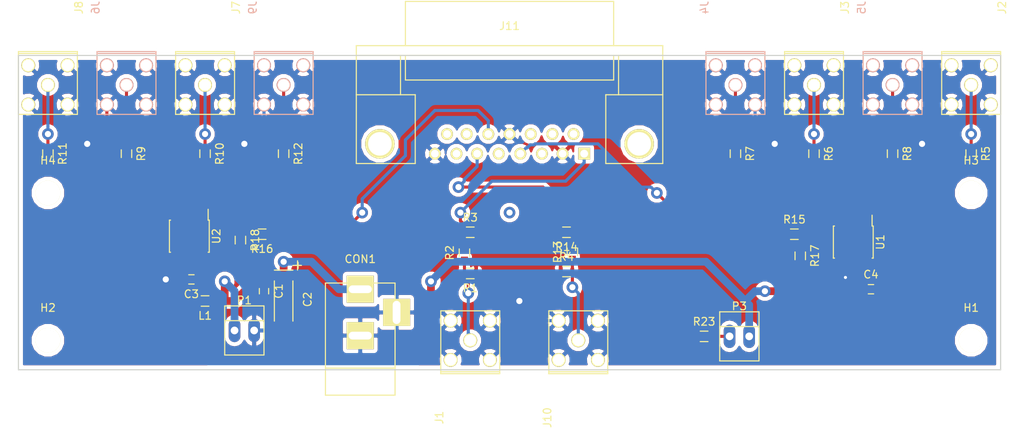
<source format=kicad_pcb>
(kicad_pcb (version 4) (host pcbnew 4.0.4-1.fc24-product)
  (layers (0 F.Cu signal) (1 In1.Cu signal) (2 In2.Cu signal) (31 B.Cu signal) (34 B.Paste user) (35 F.Paste user) (36 B.SilkS user) (37 F.SilkS user) (38 B.Mask user) (39 F.Mask user) (44 Edge.Cuts user))
  (net 0 "")
  (net 1 "Net-(C1-Pad1)")
  (net 2 GND)
  (net 3 "Net-(J1-Pad1)")
  (net 4 "Net-(J2-Pad1)")
  (net 5 "Net-(J3-Pad1)")
  (net 6 "Net-(J4-Pad1)")
  (net 7 "Net-(J5-Pad1)")
  (net 8 "Net-(J6-Pad1)")
  (net 9 "Net-(J7-Pad1)")
  (net 10 "Net-(J8-Pad1)")
  (net 11 "Net-(J9-Pad1)")
  (net 12 "Net-(J10-Pad1)")
  (net 13 /EXT_10MHZ_IN)
  (net 14 /STROBE)
  (net 15 /1PPS_OUT)
  (net 16 /TIME_CODE_OUT)
  (net 17 /EXT_EVENT_IN)
  (net 18 /TIME_CODE_IN)
  (net 19 /OSC_CTRL_V)
  (net 20 /DCLS_IN_EVENT2)
  (net 21 /DCLS_OUT)
  (net 22 /10MPPS_OUT)
  (net 23 /1PPS_IN)
  (net 24 /HEARTBEAT_OUT)
  (net 25 /10M1)
  (net 26 /10M2)
  (net 27 /10M3)
  (net 28 /10M4)
  (net 29 /PPS1)
  (net 30 /PPS2)
  (net 31 /PPS3)
  (net 32 /PPS4)
  (net 33 "Net-(R15-Pad2)")
  (net 34 "Net-(R16-Pad2)")
  (net 35 +5V)
  (net 36 "Net-(P3-Pad1)")
  (module Connect:DB15MC (layer F.Cu) (at 163.83 77.47)
    (fp_text reference J11 (at 0 -15.24) (layer F.SilkS))
    (fp_text value DB15)
    (pad "" thru_hole circle (at 16.764 0) (size 3.81 3.81) (drill 3.048) (layers *.Cu *.Mask F.SilkS))
    (pad "" thru_hole circle (at -16.764 0) (size 3.81 3.81) (drill 3.048) (layers *.Cu *.Mask F.SilkS))
    (pad 8 thru_hole circle (at -9.652 1.27) (size 1.524 1.524) (drill 1.016) (layers *.Cu *.Mask F.SilkS) (net 2 GND))
    (pad 7 thru_hole circle (at -6.858 1.27) (size 1.524 1.524) (drill 1.016) (layers *.Cu *.Mask F.SilkS) (net 18 /TIME_CODE_IN))
    (pad 6 thru_hole circle (at -4.191 1.27) (size 1.524 1.524) (drill 1.016) (layers *.Cu *.Mask F.SilkS) (net 17 /EXT_EVENT_IN))
    (pad 5 thru_hole circle (at -1.397 1.27) (size 1.524 1.524) (drill 1.016) (layers *.Cu *.Mask F.SilkS) (net 16 /TIME_CODE_OUT))
    (pad 4 thru_hole circle (at 1.397 1.27) (size 1.524 1.524) (drill 1.016) (layers *.Cu *.Mask F.SilkS) (net 15 /1PPS_OUT))
    (pad 3 thru_hole circle (at 4.191 1.27) (size 1.524 1.524) (drill 1.016) (layers *.Cu *.Mask F.SilkS) (net 14 /STROBE))
    (pad 2 thru_hole circle (at 6.858 1.27) (size 1.524 1.524) (drill 1.016) (layers *.Cu *.Mask F.SilkS) (net 2 GND))
    (pad 1 thru_hole rect (at 9.652 1.27) (size 1.524 1.524) (drill 1.016) (layers *.Cu *.Mask F.SilkS) (net 13 /EXT_10MHZ_IN))
    (pad 15 thru_hole circle (at -8.0772 -1.27) (size 1.524 1.524) (drill 1.016) (layers *.Cu *.Mask F.SilkS) (net 24 /HEARTBEAT_OUT))
    (pad 14 thru_hole circle (at -5.5372 -1.27) (size 1.524 1.524) (drill 1.016) (layers *.Cu *.Mask F.SilkS) (net 23 /1PPS_IN))
    (pad 13 thru_hole circle (at -2.7432 -1.27) (size 1.524 1.524) (drill 1.016) (layers *.Cu *.Mask F.SilkS) (net 22 /10MPPS_OUT))
    (pad 12 thru_hole circle (at 0 -1.27) (size 1.524 1.524) (drill 1.016) (layers *.Cu *.Mask F.SilkS) (net 2 GND))
    (pad 11 thru_hole circle (at 2.7432 -1.27) (size 1.524 1.524) (drill 1.016) (layers *.Cu *.Mask F.SilkS) (net 21 /DCLS_OUT))
    (pad 10 thru_hole circle (at 5.5372 -1.27) (size 1.524 1.524) (drill 1.016) (layers *.Cu *.Mask F.SilkS) (net 20 /DCLS_IN_EVENT2))
    (pad 9 thru_hole circle (at 8.2804 -1.27) (size 1.524 1.524) (drill 1.016) (layers *.Cu *.Mask F.SilkS) (net 19 /OSC_CTRL_V))
  )
  (module Capacitors_SMD:C_0603 (layer F.Cu) (at 132.08 96.52 270)
    (fp_text reference C1 (at 0 -1.9 270) (layer F.SilkS))
    (fp_text value "100 nF")
    (pad 1 smd rect (at -0.75 0 270) (size 0.8 0.75) (layers F.Cu F.Paste F.Mask) (net 1 "Net-(C1-Pad1)"))
    (pad 2 smd rect (at 0.75 0 270) (size 0.8 0.75) (layers F.Cu F.Paste F.Mask) (net 2 GND))
  )
  (module Capacitors_Tantalum_SMD:TantalC_SizeA_EIA-3216_HandSoldering (layer F.Cu) (at 134.62 97.79 270)
    (fp_text reference C2 (at -0.20066 -3.0988 270) (layer F.SilkS))
    (fp_text value "10 uF")
    (fp_text user + (at -4.59994 -1.80086 270) (layer F.SilkS))
    (pad 2 smd rect (at 1.99898 0 270) (size 2.99974 1.50114) (layers F.Cu F.Paste F.Mask) (net 2 GND))
    (pad 1 smd rect (at -1.99898 0 270) (size 2.99974 1.50114) (layers F.Cu F.Paste F.Mask) (net 1 "Net-(C1-Pad1)"))
  )
  (module Capacitors_SMD:C_0603 (layer F.Cu) (at 122.694 94.996 180)
    (fp_text reference C3 (at 0 -1.9 180) (layer F.SilkS))
    (fp_text value "100 nF")
    (pad 1 smd rect (at -0.75 0 180) (size 0.8 0.75) (layers F.Cu F.Paste F.Mask) (net 35 +5V))
    (pad 2 smd rect (at 0.75 0 180) (size 0.8 0.75) (layers F.Cu F.Paste F.Mask) (net 2 GND))
  )
  (module Capacitors_SMD:C_0603 (layer F.Cu) (at 210.566 96.266)
    (fp_text reference C4 (at 0 -1.9) (layer F.SilkS))
    (fp_text value "100 nF")
    (pad 1 smd rect (at -0.75 0) (size 0.8 0.75) (layers F.Cu F.Paste F.Mask) (net 35 +5V))
    (pad 2 smd rect (at 0.75 0) (size 0.8 0.75) (layers F.Cu F.Paste F.Mask) (net 2 GND))
  )
  (module Connect:BARREL_JACK (layer F.Cu) (at 144.526 102.46614 90)
    (fp_text reference CON1 (at 10.09904 0 180) (layer F.SilkS))
    (fp_text value BARREL_JACK)
    (pad 1 thru_hole rect (at 6.20014 0 90) (size 3.50012 3.50012) (drill oval 1.00076 2.99974) (layers *.Cu *.Mask F.SilkS) (net 1 "Net-(C1-Pad1)"))
    (pad 2 thru_hole rect (at 0.20066 0 90) (size 3.50012 3.50012) (drill oval 1.00076 2.99974) (layers *.Cu *.Mask F.SilkS) (net 2 GND))
    (pad 3 thru_hole rect (at 3.2004 4.699 90) (size 3.50012 3.50012) (drill oval 2.99974 1.00076) (layers *.Cu *.Mask F.SilkS) (net 2 GND))
  )
  (module Mounting_Holes:MountingHole_3.2mm_M3 (layer F.Cu) (at 223.52 102.87)
    (fp_text reference H1 (at 0 -4.2) (layer F.SilkS))
    (fp_text value MOUNTING_HOLE)
    (pad 1 np_thru_hole circle (at 0 0) (size 3.2 3.2) (drill 3.2) (layers *.Cu *.Mask F.SilkS))
  )
  (module Mounting_Holes:MountingHole_3.2mm_M3 (layer F.Cu) (at 104.14 102.87)
    (fp_text reference H2 (at 0 -4.2) (layer F.SilkS))
    (fp_text value MOUNTING_HOLE)
    (pad 1 np_thru_hole circle (at 0 0) (size 3.2 3.2) (drill 3.2) (layers *.Cu *.Mask F.SilkS))
  )
  (module Mounting_Holes:MountingHole_3.2mm_M3 (layer F.Cu) (at 223.52 83.82)
    (fp_text reference H3 (at 0 -4.2) (layer F.SilkS))
    (fp_text value MOUNTING_HOLE)
    (pad 1 np_thru_hole circle (at 0 0) (size 3.2 3.2) (drill 3.2) (layers *.Cu *.Mask F.SilkS))
  )
  (module Mounting_Holes:MountingHole_3.2mm_M3 (layer F.Cu) (at 104.14 83.82)
    (fp_text reference H4 (at 0 -4.2) (layer F.SilkS))
    (fp_text value MOUNTING_HOLE)
    (pad 1 np_thru_hole circle (at 0 0) (size 3.2 3.2) (drill 3.2) (layers *.Cu *.Mask F.SilkS))
  )
  (module footprints:SMA_rightangle (layer F.Cu) (at 158.75 102.87 90)
    (fp_text reference J1 (at -10 -4 90) (layer F.SilkS))
    (fp_text value SMA)
    (pad 1 thru_hole circle (at 0 0 90) (size 1.8 1.8) (drill 1.5) (layers *.Cu *.Mask F.SilkS) (net 3 "Net-(J1-Pad1)"))
    (pad 2 thru_hole circle (at -2.54 2.54 90) (size 1.8 1.8) (drill 1.5) (layers *.Cu *.Mask F.SilkS) (net 2 GND))
    (pad 3 thru_hole circle (at -2.54 -2.54 90) (size 1.8 1.8) (drill 1.5) (layers *.Cu *.Mask F.SilkS) (net 2 GND))
    (pad 4 thru_hole circle (at 2.54 -2.54 90) (size 1.8 1.8) (drill 1.5) (layers *.Cu *.Mask F.SilkS) (net 2 GND))
    (pad 5 thru_hole circle (at 2.54 2.54 90) (size 1.8 1.8) (drill 1.5) (layers *.Cu *.Mask F.SilkS) (net 2 GND))
  )
  (module footprints:SMA_rightangle (layer F.Cu) (at 223.52 69.85 270)
    (fp_text reference J2 (at -10 -4 270) (layer F.SilkS))
    (fp_text value SMA)
    (pad 1 thru_hole circle (at 0 0 270) (size 1.8 1.8) (drill 1.5) (layers *.Cu *.Mask F.SilkS) (net 4 "Net-(J2-Pad1)"))
    (pad 2 thru_hole circle (at -2.54 2.54 270) (size 1.8 1.8) (drill 1.5) (layers *.Cu *.Mask F.SilkS) (net 2 GND))
    (pad 3 thru_hole circle (at -2.54 -2.54 270) (size 1.8 1.8) (drill 1.5) (layers *.Cu *.Mask F.SilkS) (net 2 GND))
    (pad 4 thru_hole circle (at 2.54 -2.54 270) (size 1.8 1.8) (drill 1.5) (layers *.Cu *.Mask F.SilkS) (net 2 GND))
    (pad 5 thru_hole circle (at 2.54 2.54 270) (size 1.8 1.8) (drill 1.5) (layers *.Cu *.Mask F.SilkS) (net 2 GND))
  )
  (module footprints:SMA_rightangle (layer F.Cu) (at 203.2 69.85 270)
    (fp_text reference J3 (at -10 -4 270) (layer F.SilkS))
    (fp_text value SMA)
    (pad 1 thru_hole circle (at 0 0 270) (size 1.8 1.8) (drill 1.5) (layers *.Cu *.Mask F.SilkS) (net 5 "Net-(J3-Pad1)"))
    (pad 2 thru_hole circle (at -2.54 2.54 270) (size 1.8 1.8) (drill 1.5) (layers *.Cu *.Mask F.SilkS) (net 2 GND))
    (pad 3 thru_hole circle (at -2.54 -2.54 270) (size 1.8 1.8) (drill 1.5) (layers *.Cu *.Mask F.SilkS) (net 2 GND))
    (pad 4 thru_hole circle (at 2.54 -2.54 270) (size 1.8 1.8) (drill 1.5) (layers *.Cu *.Mask F.SilkS) (net 2 GND))
    (pad 5 thru_hole circle (at 2.54 2.54 270) (size 1.8 1.8) (drill 1.5) (layers *.Cu *.Mask F.SilkS) (net 2 GND))
  )
  (module footprints:SMA_rightangle (layer B.Cu) (at 193.04 69.85 270)
    (fp_text reference J4 (at -10 4 270) (layer B.SilkS) (effects (justify mirror)))
    (fp_text value SMA)
    (pad 1 thru_hole circle (at 0 0 270) (size 1.8 1.8) (drill 1.5) (layers *.Cu *.Mask B.SilkS) (net 6 "Net-(J4-Pad1)"))
    (pad 2 thru_hole circle (at -2.54 -2.54 270) (size 1.8 1.8) (drill 1.5) (layers *.Cu *.Mask B.SilkS) (net 2 GND))
    (pad 3 thru_hole circle (at -2.54 2.54 270) (size 1.8 1.8) (drill 1.5) (layers *.Cu *.Mask B.SilkS) (net 2 GND))
    (pad 4 thru_hole circle (at 2.54 2.54 270) (size 1.8 1.8) (drill 1.5) (layers *.Cu *.Mask B.SilkS) (net 2 GND))
    (pad 5 thru_hole circle (at 2.54 -2.54 270) (size 1.8 1.8) (drill 1.5) (layers *.Cu *.Mask B.SilkS) (net 2 GND))
  )
  (module footprints:SMA_rightangle (layer B.Cu) (at 213.36 69.85 270)
    (fp_text reference J5 (at -10 4 270) (layer B.SilkS) (effects (justify mirror)))
    (fp_text value SMA)
    (pad 1 thru_hole circle (at 0 0 270) (size 1.8 1.8) (drill 1.5) (layers *.Cu *.Mask B.SilkS) (net 7 "Net-(J5-Pad1)"))
    (pad 2 thru_hole circle (at -2.54 -2.54 270) (size 1.8 1.8) (drill 1.5) (layers *.Cu *.Mask B.SilkS) (net 2 GND))
    (pad 3 thru_hole circle (at -2.54 2.54 270) (size 1.8 1.8) (drill 1.5) (layers *.Cu *.Mask B.SilkS) (net 2 GND))
    (pad 4 thru_hole circle (at 2.54 2.54 270) (size 1.8 1.8) (drill 1.5) (layers *.Cu *.Mask B.SilkS) (net 2 GND))
    (pad 5 thru_hole circle (at 2.54 -2.54 270) (size 1.8 1.8) (drill 1.5) (layers *.Cu *.Mask B.SilkS) (net 2 GND))
  )
  (module footprints:SMA_rightangle (layer B.Cu) (at 114.3 69.85 270)
    (fp_text reference J6 (at -10 4 270) (layer B.SilkS) (effects (justify mirror)))
    (fp_text value SMA)
    (pad 1 thru_hole circle (at 0 0 270) (size 1.8 1.8) (drill 1.5) (layers *.Cu *.Mask B.SilkS) (net 8 "Net-(J6-Pad1)"))
    (pad 2 thru_hole circle (at -2.54 -2.54 270) (size 1.8 1.8) (drill 1.5) (layers *.Cu *.Mask B.SilkS) (net 2 GND))
    (pad 3 thru_hole circle (at -2.54 2.54 270) (size 1.8 1.8) (drill 1.5) (layers *.Cu *.Mask B.SilkS) (net 2 GND))
    (pad 4 thru_hole circle (at 2.54 2.54 270) (size 1.8 1.8) (drill 1.5) (layers *.Cu *.Mask B.SilkS) (net 2 GND))
    (pad 5 thru_hole circle (at 2.54 -2.54 270) (size 1.8 1.8) (drill 1.5) (layers *.Cu *.Mask B.SilkS) (net 2 GND))
  )
  (module footprints:SMA_rightangle (layer F.Cu) (at 124.46 69.85 270)
    (fp_text reference J7 (at -10 -4 270) (layer F.SilkS))
    (fp_text value SMA)
    (pad 1 thru_hole circle (at 0 0 270) (size 1.8 1.8) (drill 1.5) (layers *.Cu *.Mask F.SilkS) (net 9 "Net-(J7-Pad1)"))
    (pad 2 thru_hole circle (at -2.54 2.54 270) (size 1.8 1.8) (drill 1.5) (layers *.Cu *.Mask F.SilkS) (net 2 GND))
    (pad 3 thru_hole circle (at -2.54 -2.54 270) (size 1.8 1.8) (drill 1.5) (layers *.Cu *.Mask F.SilkS) (net 2 GND))
    (pad 4 thru_hole circle (at 2.54 -2.54 270) (size 1.8 1.8) (drill 1.5) (layers *.Cu *.Mask F.SilkS) (net 2 GND))
    (pad 5 thru_hole circle (at 2.54 2.54 270) (size 1.8 1.8) (drill 1.5) (layers *.Cu *.Mask F.SilkS) (net 2 GND))
  )
  (module footprints:SMA_rightangle (layer F.Cu) (at 104.14 69.85 270)
    (fp_text reference J8 (at -10 -4 270) (layer F.SilkS))
    (fp_text value SMA)
    (pad 1 thru_hole circle (at 0 0 270) (size 1.8 1.8) (drill 1.5) (layers *.Cu *.Mask F.SilkS) (net 10 "Net-(J8-Pad1)"))
    (pad 2 thru_hole circle (at -2.54 2.54 270) (size 1.8 1.8) (drill 1.5) (layers *.Cu *.Mask F.SilkS) (net 2 GND))
    (pad 3 thru_hole circle (at -2.54 -2.54 270) (size 1.8 1.8) (drill 1.5) (layers *.Cu *.Mask F.SilkS) (net 2 GND))
    (pad 4 thru_hole circle (at 2.54 -2.54 270) (size 1.8 1.8) (drill 1.5) (layers *.Cu *.Mask F.SilkS) (net 2 GND))
    (pad 5 thru_hole circle (at 2.54 2.54 270) (size 1.8 1.8) (drill 1.5) (layers *.Cu *.Mask F.SilkS) (net 2 GND))
  )
  (module footprints:SMA_rightangle (layer B.Cu) (at 134.62 69.85 270)
    (fp_text reference J9 (at -10 4 270) (layer B.SilkS) (effects (justify mirror)))
    (fp_text value SMA)
    (pad 1 thru_hole circle (at 0 0 270) (size 1.8 1.8) (drill 1.5) (layers *.Cu *.Mask B.SilkS) (net 11 "Net-(J9-Pad1)"))
    (pad 2 thru_hole circle (at -2.54 -2.54 270) (size 1.8 1.8) (drill 1.5) (layers *.Cu *.Mask B.SilkS) (net 2 GND))
    (pad 3 thru_hole circle (at -2.54 2.54 270) (size 1.8 1.8) (drill 1.5) (layers *.Cu *.Mask B.SilkS) (net 2 GND))
    (pad 4 thru_hole circle (at 2.54 2.54 270) (size 1.8 1.8) (drill 1.5) (layers *.Cu *.Mask B.SilkS) (net 2 GND))
    (pad 5 thru_hole circle (at 2.54 -2.54 270) (size 1.8 1.8) (drill 1.5) (layers *.Cu *.Mask B.SilkS) (net 2 GND))
  )
  (module footprints:SMA_rightangle (layer F.Cu) (at 172.72 102.87 90)
    (fp_text reference J10 (at -10 -4 90) (layer F.SilkS))
    (fp_text value SMA)
    (pad 1 thru_hole circle (at 0 0 90) (size 1.8 1.8) (drill 1.5) (layers *.Cu *.Mask F.SilkS) (net 12 "Net-(J10-Pad1)"))
    (pad 2 thru_hole circle (at -2.54 2.54 90) (size 1.8 1.8) (drill 1.5) (layers *.Cu *.Mask F.SilkS) (net 2 GND))
    (pad 3 thru_hole circle (at -2.54 -2.54 90) (size 1.8 1.8) (drill 1.5) (layers *.Cu *.Mask F.SilkS) (net 2 GND))
    (pad 4 thru_hole circle (at 2.54 -2.54 90) (size 1.8 1.8) (drill 1.5) (layers *.Cu *.Mask F.SilkS) (net 2 GND))
    (pad 5 thru_hole circle (at 2.54 2.54 90) (size 1.8 1.8) (drill 1.5) (layers *.Cu *.Mask F.SilkS) (net 2 GND))
  )
  (module Resistors_SMD:R_0603 (layer F.Cu) (at 124.46 97.79 180)
    (fp_text reference L1 (at 0 -1.9 180) (layer F.SilkS))
    (fp_text value L_Small)
    (pad 1 smd rect (at -0.75 0 180) (size 0.5 0.9) (layers F.Cu F.Paste F.Mask) (net 1 "Net-(C1-Pad1)"))
    (pad 2 smd rect (at 0.75 0 180) (size 0.5 0.9) (layers F.Cu F.Paste F.Mask) (net 35 +5V))
  )
  (module Connect:PINHEAD1-2 (layer F.Cu) (at 129.54 101.6)
    (fp_text reference P1 (at 0 -3.9) (layer F.SilkS))
    (fp_text value CONN_01X02)
    (pad 1 thru_hole oval (at -1.27 0) (size 1.50622 3.01498) (drill 0.99822) (layers *.Cu *.Mask) (net 1 "Net-(C1-Pad1)"))
    (pad 2 thru_hole oval (at 1.27 0) (size 1.50622 3.01498) (drill 0.99822) (layers *.Cu *.Mask) (net 2 GND))
  )
  (module Resistors_SMD:R_0603 (layer F.Cu) (at 158.75 94.234 180)
    (fp_text reference R1 (at 0 -1.9 180) (layer F.SilkS))
    (fp_text value DNP)
    (pad 1 smd rect (at -0.75 0 180) (size 0.5 0.9) (layers F.Cu F.Paste F.Mask) (net 2 GND))
    (pad 2 smd rect (at 0.75 0 180) (size 0.5 0.9) (layers F.Cu F.Paste F.Mask) (net 3 "Net-(J1-Pad1)"))
  )
  (module Resistors_SMD:R_0603 (layer F.Cu) (at 158 91.555 90)
    (fp_text reference R2 (at 0 -1.9 90) (layer F.SilkS))
    (fp_text value 18)
    (pad 1 smd rect (at -0.75 0 90) (size 0.5 0.9) (layers F.Cu F.Paste F.Mask) (net 3 "Net-(J1-Pad1)"))
    (pad 2 smd rect (at 0.75 0 90) (size 0.5 0.9) (layers F.Cu F.Paste F.Mask) (net 13 /EXT_10MHZ_IN))
  )
  (module Resistors_SMD:R_0603 (layer F.Cu) (at 158.75 88.9)
    (fp_text reference R3 (at 0 -1.9) (layer F.SilkS))
    (fp_text value 33)
    (pad 1 smd rect (at -0.75 0) (size 0.5 0.9) (layers F.Cu F.Paste F.Mask) (net 13 /EXT_10MHZ_IN))
    (pad 2 smd rect (at 0.75 0) (size 0.5 0.9) (layers F.Cu F.Paste F.Mask) (net 2 GND))
  )
  (module Resistors_SMD:R_0603 (layer F.Cu) (at 171.196 93.98)
    (fp_text reference R4 (at 0 -1.9) (layer F.SilkS))
    (fp_text value DNP)
    (pad 1 smd rect (at -0.75 0) (size 0.5 0.9) (layers F.Cu F.Paste F.Mask) (net 2 GND))
    (pad 2 smd rect (at 0.75 0) (size 0.5 0.9) (layers F.Cu F.Paste F.Mask) (net 12 "Net-(J10-Pad1)"))
  )
  (module Resistors_SMD:R_0603 (layer F.Cu) (at 223.52 78.74 270)
    (fp_text reference R5 (at 0 -1.9 270) (layer F.SilkS))
    (fp_text value 30)
    (pad 1 smd rect (at -0.75 0 270) (size 0.5 0.9) (layers F.Cu F.Paste F.Mask) (net 4 "Net-(J2-Pad1)"))
    (pad 2 smd rect (at 0.75 0 270) (size 0.5 0.9) (layers F.Cu F.Paste F.Mask) (net 28 /10M4))
  )
  (module Resistors_SMD:R_0603 (layer F.Cu) (at 203.2 78.74 270)
    (fp_text reference R6 (at 0 -1.9 270) (layer F.SilkS))
    (fp_text value 30)
    (pad 1 smd rect (at -0.75 0 270) (size 0.5 0.9) (layers F.Cu F.Paste F.Mask) (net 5 "Net-(J3-Pad1)"))
    (pad 2 smd rect (at 0.75 0 270) (size 0.5 0.9) (layers F.Cu F.Paste F.Mask) (net 26 /10M2))
  )
  (module Resistors_SMD:R_0603 (layer F.Cu) (at 193.04 78.74 270)
    (fp_text reference R7 (at 0 -1.9 270) (layer F.SilkS))
    (fp_text value 30)
    (pad 1 smd rect (at -0.75 0 270) (size 0.5 0.9) (layers F.Cu F.Paste F.Mask) (net 6 "Net-(J4-Pad1)"))
    (pad 2 smd rect (at 0.75 0 270) (size 0.5 0.9) (layers F.Cu F.Paste F.Mask) (net 27 /10M3))
  )
  (module Resistors_SMD:R_0603 (layer F.Cu) (at 213.36 78.74 270)
    (fp_text reference R8 (at 0 -1.9 270) (layer F.SilkS))
    (fp_text value 30)
    (pad 1 smd rect (at -0.75 0 270) (size 0.5 0.9) (layers F.Cu F.Paste F.Mask) (net 7 "Net-(J5-Pad1)"))
    (pad 2 smd rect (at 0.75 0 270) (size 0.5 0.9) (layers F.Cu F.Paste F.Mask) (net 25 /10M1))
  )
  (module Resistors_SMD:R_0603 (layer F.Cu) (at 114.3 78.74 270)
    (fp_text reference R9 (at 0 -1.9 270) (layer F.SilkS))
    (fp_text value 30)
    (pad 1 smd rect (at -0.75 0 270) (size 0.5 0.9) (layers F.Cu F.Paste F.Mask) (net 8 "Net-(J6-Pad1)"))
    (pad 2 smd rect (at 0.75 0 270) (size 0.5 0.9) (layers F.Cu F.Paste F.Mask) (net 31 /PPS3))
  )
  (module Resistors_SMD:R_0603 (layer F.Cu) (at 124.46 78.74 270)
    (fp_text reference R10 (at 0 -1.9 270) (layer F.SilkS))
    (fp_text value 30)
    (pad 1 smd rect (at -0.75 0 270) (size 0.5 0.9) (layers F.Cu F.Paste F.Mask) (net 9 "Net-(J7-Pad1)"))
    (pad 2 smd rect (at 0.75 0 270) (size 0.5 0.9) (layers F.Cu F.Paste F.Mask) (net 30 /PPS2))
  )
  (module Resistors_SMD:R_0603 (layer F.Cu) (at 104.14 78.74 270)
    (fp_text reference R11 (at 0 -1.9 270) (layer F.SilkS))
    (fp_text value 30)
    (pad 1 smd rect (at -0.75 0 270) (size 0.5 0.9) (layers F.Cu F.Paste F.Mask) (net 10 "Net-(J8-Pad1)"))
    (pad 2 smd rect (at 0.75 0 270) (size 0.5 0.9) (layers F.Cu F.Paste F.Mask) (net 32 /PPS4))
  )
  (module Resistors_SMD:R_0603 (layer F.Cu) (at 134.62 78.74 270)
    (fp_text reference R12 (at 0 -1.9 270) (layer F.SilkS))
    (fp_text value 30)
    (pad 1 smd rect (at -0.75 0 270) (size 0.5 0.9) (layers F.Cu F.Paste F.Mask) (net 11 "Net-(J9-Pad1)"))
    (pad 2 smd rect (at 0.75 0 270) (size 0.5 0.9) (layers F.Cu F.Paste F.Mask) (net 29 /PPS1))
  )
  (module Resistors_SMD:R_0603 (layer F.Cu) (at 171.958 91.44 90)
    (fp_text reference R13 (at 0 -1.9 90) (layer F.SilkS))
    (fp_text value 18)
    (pad 1 smd rect (at -0.75 0 90) (size 0.5 0.9) (layers F.Cu F.Paste F.Mask) (net 12 "Net-(J10-Pad1)"))
    (pad 2 smd rect (at 0.75 0 90) (size 0.5 0.9) (layers F.Cu F.Paste F.Mask) (net 17 /EXT_EVENT_IN))
  )
  (module Resistors_SMD:R_0603 (layer F.Cu) (at 171.196 88.9 180)
    (fp_text reference R14 (at 0 -1.9 180) (layer F.SilkS))
    (fp_text value 33)
    (pad 1 smd rect (at -0.75 0 180) (size 0.5 0.9) (layers F.Cu F.Paste F.Mask) (net 17 /EXT_EVENT_IN))
    (pad 2 smd rect (at 0.75 0 180) (size 0.5 0.9) (layers F.Cu F.Paste F.Mask) (net 2 GND))
  )
  (module Resistors_SMD:R_0603 (layer F.Cu) (at 200.66 89.154)
    (fp_text reference R15 (at 0 -1.9) (layer F.SilkS))
    (fp_text value 18)
    (pad 1 smd rect (at -0.75 0) (size 0.5 0.9) (layers F.Cu F.Paste F.Mask) (net 15 /1PPS_OUT))
    (pad 2 smd rect (at 0.75 0) (size 0.5 0.9) (layers F.Cu F.Paste F.Mask) (net 33 "Net-(R15-Pad2)"))
  )
  (module Resistors_SMD:R_0603 (layer F.Cu) (at 131.838 89.154 180)
    (fp_text reference R16 (at 0 -1.9 180) (layer F.SilkS))
    (fp_text value 18)
    (pad 1 smd rect (at -0.75 0 180) (size 0.5 0.9) (layers F.Cu F.Paste F.Mask) (net 22 /10MPPS_OUT))
    (pad 2 smd rect (at 0.75 0 180) (size 0.5 0.9) (layers F.Cu F.Paste F.Mask) (net 34 "Net-(R16-Pad2)"))
  )
  (module Resistors_SMD:R_0603 (layer F.Cu) (at 201.422 91.948 270)
    (fp_text reference R17 (at 0 -1.9 270) (layer F.SilkS))
    (fp_text value 33)
    (pad 1 smd rect (at -0.75 0 270) (size 0.5 0.9) (layers F.Cu F.Paste F.Mask) (net 33 "Net-(R15-Pad2)"))
    (pad 2 smd rect (at 0.75 0 270) (size 0.5 0.9) (layers F.Cu F.Paste F.Mask) (net 2 GND))
  )
  (module Resistors_SMD:R_0603 (layer F.Cu) (at 129.032 89.916 270)
    (fp_text reference R18 (at 0 -1.9 270) (layer F.SilkS))
    (fp_text value 33)
    (pad 1 smd rect (at -0.75 0 270) (size 0.5 0.9) (layers F.Cu F.Paste F.Mask) (net 34 "Net-(R16-Pad2)"))
    (pad 2 smd rect (at 0.75 0 270) (size 0.5 0.9) (layers F.Cu F.Paste F.Mask) (net 2 GND))
  )
  (module Housings_SOIC:SOIC-8_3.9x4.9mm_Pitch1.27mm (layer F.Cu) (at 208.28 90.17 270)
    (fp_text reference U1 (at 0 -3.5 270) (layer F.SilkS))
    (fp_text value NB3N551)
    (pad 1 smd rect (at -2.7 -1.905 270) (size 1.55 0.6) (layers F.Cu F.Paste F.Mask) (net 33 "Net-(R15-Pad2)"))
    (pad 2 smd rect (at -2.7 -0.635 270) (size 1.55 0.6) (layers F.Cu F.Paste F.Mask) (net 25 /10M1))
    (pad 3 smd rect (at -2.7 0.635 270) (size 1.55 0.6) (layers F.Cu F.Paste F.Mask) (net 26 /10M2))
    (pad 4 smd rect (at -2.7 1.905 270) (size 1.55 0.6) (layers F.Cu F.Paste F.Mask) (net 27 /10M3))
    (pad 5 smd rect (at 2.7 1.905 270) (size 1.55 0.6) (layers F.Cu F.Paste F.Mask) (net 28 /10M4))
    (pad 6 smd rect (at 2.7 0.635 270) (size 1.55 0.6) (layers F.Cu F.Paste F.Mask) (net 2 GND))
    (pad 7 smd rect (at 2.7 -0.635 270) (size 1.55 0.6) (layers F.Cu F.Paste F.Mask) (net 35 +5V))
    (pad 8 smd rect (at 2.7 -1.905 270) (size 1.55 0.6) (layers F.Cu F.Paste F.Mask) (net 35 +5V))
  )
  (module Housings_SOIC:SOIC-8_3.9x4.9mm_Pitch1.27mm (layer F.Cu) (at 122.428 89.408 270)
    (fp_text reference U2 (at 0 -3.5 270) (layer F.SilkS))
    (fp_text value NB3N551)
    (pad 1 smd rect (at -2.7 -1.905 270) (size 1.55 0.6) (layers F.Cu F.Paste F.Mask) (net 34 "Net-(R16-Pad2)"))
    (pad 2 smd rect (at -2.7 -0.635 270) (size 1.55 0.6) (layers F.Cu F.Paste F.Mask) (net 29 /PPS1))
    (pad 3 smd rect (at -2.7 0.635 270) (size 1.55 0.6) (layers F.Cu F.Paste F.Mask) (net 30 /PPS2))
    (pad 4 smd rect (at -2.7 1.905 270) (size 1.55 0.6) (layers F.Cu F.Paste F.Mask) (net 31 /PPS3))
    (pad 5 smd rect (at 2.7 1.905 270) (size 1.55 0.6) (layers F.Cu F.Paste F.Mask) (net 32 /PPS4))
    (pad 6 smd rect (at 2.7 0.635 270) (size 1.55 0.6) (layers F.Cu F.Paste F.Mask) (net 2 GND))
    (pad 7 smd rect (at 2.7 -0.635 270) (size 1.55 0.6) (layers F.Cu F.Paste F.Mask) (net 35 +5V))
    (pad 8 smd rect (at 2.7 -1.905 270) (size 1.55 0.6) (layers F.Cu F.Paste F.Mask) (net 35 +5V))
  )
  (module Connect:PINHEAD1-2 (layer F.Cu) (at 193.548 102.362)
    (fp_text reference P3 (at 0 -3.9) (layer F.SilkS))
    (fp_text value CONN_01X02)
    (pad 1 thru_hole oval (at -1.27 0) (size 1.50622 3.01498) (drill 0.99822) (layers *.Cu *.Mask) (net 36 "Net-(P3-Pad1)"))
    (pad 2 thru_hole oval (at 1.27 0) (size 1.50622 3.01498) (drill 0.99822) (layers *.Cu *.Mask) (net 35 +5V))
  )
  (module Resistors_SMD:R_0603 (layer F.Cu) (at 188.988 102.362)
    (fp_text reference R23 (at 0 -1.9) (layer F.SilkS))
    (fp_text value 1k)
    (pad 1 smd rect (at -0.75 0) (size 0.5 0.9) (layers F.Cu F.Paste F.Mask) (net 2 GND))
    (pad 2 smd rect (at 0.75 0) (size 0.5 0.9) (layers F.Cu F.Paste F.Mask) (net 36 "Net-(P3-Pad1)"))
  )
  (gr_line (start 100.33 66.04) (end 227.33 66.04) (layer Edge.Cuts) (width 0.15))
  (gr_line (start 227.33 106.68) (end 227.33 66.04) (layer Edge.Cuts) (width 0.15))
  (gr_line (start 100.33 106.68) (end 227.33 106.68) (layer Edge.Cuts) (width 0.15))
  (gr_line (start 100.33 66.04) (end 100.33 106.68) (layer Edge.Cuts) (width 0.15))
  (segment (start 163.322 86.36) (end 163.83 86.36) (width 0.4) (layer F.Cu) (net 0))
  (via (at 163.83 86.36) (size 1.5) (drill 0.8) (layers F.Cu B.Cu) (net 0))
  (segment (start 134.62 92.71) (end 134.62 95.79102) (width 1) (layer F.Cu) (net 1))
  (segment (start 138.21994 92.71) (end 134.62 92.71) (width 1) (layer B.Cu) (net 1))
  (via (at 134.62 92.71) (size 1.5) (drill 0.8) (layers F.Cu B.Cu) (net 1))
  (segment (start 144.526 96.266) (end 141.77594 96.266) (width 1) (layer B.Cu) (net 1))
  (segment (start 141.77594 96.266) (end 138.21994 92.71) (width 1) (layer B.Cu) (net 1))
  (segment (start 125.21 97.79) (end 127 97.79) (width 1) (layer F.Cu) (net 1))
  (segment (start 127 97.79) (end 128.27 97.79) (width 1) (layer F.Cu) (net 1))
  (segment (start 127 95.25) (end 127 97.79) (width 1) (layer F.Cu) (net 1))
  (segment (start 128.27 96.52) (end 127 95.25) (width 1) (layer B.Cu) (net 1))
  (via (at 127 95.25) (size 1.5) (drill 0.8) (layers F.Cu B.Cu) (net 1))
  (segment (start 128.27 101.6) (end 128.27 96.52) (width 1) (layer B.Cu) (net 1))
  (segment (start 130.29 95.77) (end 128.27 97.79) (width 1) (layer F.Cu) (net 1))
  (segment (start 132.08 95.77) (end 130.29 95.77) (width 1) (layer F.Cu) (net 1))
  (segment (start 132.08 95.77) (end 134.59898 95.77) (width 1) (layer F.Cu) (net 1))
  (segment (start 134.59898 95.77) (end 134.62 95.79102) (width 1) (layer F.Cu) (net 1))
  (segment (start 135.09498 96.266) (end 134.62 95.79102) (width 1) (layer F.Cu) (net 1))
  (segment (start 132.10102 95.79102) (end 132.08 95.77) (width 0.4) (layer F.Cu) (net 1))
  (segment (start 121.944 94.996) (end 119.38 94.996) (width 1) (layer F.Cu) (net 2))
  (via (at 119.38 94.996) (size 1.5) (drill 0.8) (layers F.Cu B.Cu) (net 2))
  (segment (start 207.518 94.488) (end 207.264 94.742) (width 0.25) (layer F.Cu) (net 2))
  (via (at 207.264 94.742) (size 0.6) (drill 0.4) (layers F.Cu B.Cu) (net 2))
  (segment (start 207.518 94.022) (end 207.518 94.488) (width 0.25) (layer F.Cu) (net 2))
  (segment (start 207.645 92.87) (end 207.645 93.895) (width 0.25) (layer F.Cu) (net 2))
  (segment (start 207.645 93.895) (end 207.518 94.022) (width 0.25) (layer F.Cu) (net 2))
  (segment (start 167.64 100.33) (end 165.1 97.79) (width 0.4) (layer B.Cu) (net 2))
  (via (at 165.1 97.79) (size 1.5) (drill 0.8) (layers F.Cu B.Cu) (net 2))
  (segment (start 170.18 100.33) (end 167.64 100.33) (width 0.4) (layer B.Cu) (net 2))
  (segment (start 217.17 76.2) (end 217.17 77.47) (width 0.4) (layer F.Cu) (net 2))
  (via (at 217.17 77.47) (size 1.5) (drill 0.8) (layers F.Cu B.Cu) (net 2))
  (segment (start 220.98 72.39) (end 217.17 76.2) (width 0.4) (layer F.Cu) (net 2))
  (segment (start 195.58 74.93) (end 198.12 77.47) (width 0.4) (layer B.Cu) (net 2))
  (via (at 198.12 77.47) (size 1.5) (drill 0.8) (layers F.Cu B.Cu) (net 2))
  (segment (start 195.58 72.39) (end 195.58 74.93) (width 0.4) (layer B.Cu) (net 2))
  (segment (start 111.76 74.93) (end 109.22 77.47) (width 0.4) (layer F.Cu) (net 2))
  (via (at 109.22 77.47) (size 1.5) (drill 0.8) (layers F.Cu B.Cu) (net 2))
  (segment (start 111.76 72.39) (end 111.76 74.93) (width 0.4) (layer F.Cu) (net 2))
  (segment (start 132.08 72.39) (end 132.08 74.93) (width 0.4) (layer B.Cu) (net 2))
  (segment (start 132.08 74.93) (end 129.54 77.47) (width 0.4) (layer B.Cu) (net 2))
  (via (at 129.54 77.47) (size 1.5) (drill 0.8) (layers F.Cu B.Cu) (net 2))
  (segment (start 158.496 96.774) (end 158.496 101.981) (width 0.4) (layer B.Cu) (net 3))
  (segment (start 158.496 101.981) (end 158.75 102.235) (width 0.4) (layer B.Cu) (net 3))
  (segment (start 158.496 95.58) (end 158.496 96.774) (width 0.4) (layer F.Cu) (net 3))
  (via (at 158.496 96.774) (size 1.5) (drill 0.8) (layers F.Cu B.Cu) (net 3))
  (segment (start 158 94.234) (end 158 95.084) (width 0.4) (layer F.Cu) (net 3))
  (segment (start 158 95.084) (end 158.496 95.58) (width 0.4) (layer F.Cu) (net 3))
  (segment (start 158 92.305) (end 158 94.234) (width 0.4) (layer F.Cu) (net 3))
  (segment (start 223.52 76.2) (end 223.52 77.99) (width 0.4) (layer F.Cu) (net 4))
  (via (at 223.52 76.2) (size 1.5) (drill 0.8) (layers F.Cu B.Cu) (net 4))
  (segment (start 223.52 69.85) (end 223.52 76.2) (width 0.4) (layer B.Cu) (net 4))
  (segment (start 203.2 76.2) (end 203.2 77.99) (width 0.4) (layer F.Cu) (net 5))
  (via (at 203.2 76.2) (size 1.5) (drill 0.8) (layers F.Cu B.Cu) (net 5))
  (segment (start 203.2 69.85) (end 203.2 76.2) (width 0.4) (layer B.Cu) (net 5))
  (segment (start 193.04 69.85) (end 193.04 77.99) (width 0.4) (layer F.Cu) (net 6))
  (segment (start 213.36 69.85) (end 213.36 77.99) (width 0.4) (layer F.Cu) (net 7))
  (segment (start 114.3 69.85) (end 114.3 77.99) (width 0.4) (layer F.Cu) (net 8))
  (segment (start 124.46 76.2) (end 124.46 77.99) (width 0.4) (layer F.Cu) (net 9))
  (via (at 124.46 76.2) (size 1.5) (drill 0.8) (layers F.Cu B.Cu) (net 9))
  (segment (start 124.46 69.85) (end 124.46 76.2) (width 0.4) (layer B.Cu) (net 9))
  (segment (start 104.14 77.99) (end 104.14 76.2) (width 0.4) (layer F.Cu) (net 10))
  (via (at 104.14 76.2) (size 1.5) (drill 0.8) (layers F.Cu B.Cu) (net 10))
  (segment (start 104.14 76.2) (end 104.14 69.85) (width 0.4) (layer B.Cu) (net 10))
  (segment (start 134.62 69.85) (end 134.62 77.99) (width 0.4) (layer F.Cu) (net 11))
  (segment (start 171.958 92.19) (end 171.958 93.968) (width 0.4) (layer F.Cu) (net 12))
  (segment (start 171.958 93.968) (end 171.946 93.98) (width 0.4) (layer F.Cu) (net 12))
  (segment (start 171.958 96.012) (end 171.958 93.992) (width 0.4) (layer F.Cu) (net 12))
  (segment (start 171.958 93.992) (end 171.946 93.98) (width 0.4) (layer F.Cu) (net 12))
  (segment (start 172.72 96.774) (end 171.958 96.012) (width 0.4) (layer B.Cu) (net 12))
  (via (at 171.958 96.012) (size 1.5) (drill 0.8) (layers F.Cu B.Cu) (net 12))
  (segment (start 172.72 102.235) (end 172.72 96.774) (width 0.4) (layer B.Cu) (net 12))
  (segment (start 171.088 82.296) (end 161.544 82.296) (width 0.4) (layer B.Cu) (net 13))
  (segment (start 161.544 82.296) (end 157.48 86.36) (width 0.4) (layer B.Cu) (net 13))
  (segment (start 173.482 78.74) (end 173.482 79.902) (width 0.4) (layer B.Cu) (net 13))
  (segment (start 173.482 79.902) (end 171.088 82.296) (width 0.4) (layer B.Cu) (net 13))
  (segment (start 158 88.9) (end 158 90.805) (width 0.4) (layer F.Cu) (net 13))
  (segment (start 157.48 86.36) (end 157.48 87.42066) (width 0.4) (layer F.Cu) (net 13))
  (segment (start 157.48 87.42066) (end 158 87.94066) (width 0.4) (layer F.Cu) (net 13))
  (segment (start 158 87.94066) (end 158 88.9) (width 0.4) (layer F.Cu) (net 13))
  (via (at 157.48 86.36) (size 1.5) (drill 0.8) (layers F.Cu B.Cu) (net 13))
  (segment (start 182.88 83.82) (end 182.130001 83.070001) (width 0.4) (layer B.Cu) (net 15))
  (segment (start 182.130001 83.070001) (end 180.860001 83.070001) (width 0.4) (layer B.Cu) (net 15))
  (segment (start 180.860001 83.070001) (end 175.26 77.47) (width 0.4) (layer B.Cu) (net 15))
  (segment (start 167.132 77.47) (end 167.001801 77.600199) (width 0.4) (layer B.Cu) (net 15))
  (segment (start 175.26 77.47) (end 167.132 77.47) (width 0.4) (layer B.Cu) (net 15))
  (segment (start 167.001801 77.600199) (end 166.493801 77.600199) (width 0.4) (layer B.Cu) (net 15))
  (segment (start 166.493801 77.600199) (end 166.115999 77.978001) (width 0.4) (layer B.Cu) (net 15))
  (segment (start 166.115999 77.978001) (end 165.988999 77.978001) (width 0.4) (layer B.Cu) (net 15))
  (segment (start 165.988999 77.978001) (end 165.227 78.74) (width 0.4) (layer B.Cu) (net 15))
  (segment (start 182.88 83.82) (end 188.214 89.154) (width 0.4) (layer F.Cu) (net 15))
  (segment (start 188.214 89.154) (end 188.645454 89.154) (width 0.4) (layer F.Cu) (net 15))
  (via (at 182.88 83.82) (size 1.5) (drill 0.8) (layers F.Cu B.Cu) (net 15))
  (segment (start 199.91 89.154) (end 188.645454 89.154) (width 0.4) (layer F.Cu) (net 15))
  (segment (start 157.975999 82.054001) (end 159.639 80.391) (width 0.4) (layer B.Cu) (net 17))
  (segment (start 159.639 80.391) (end 159.639 78.74) (width 0.4) (layer B.Cu) (net 17))
  (segment (start 157.226 83.058) (end 157.975999 82.308001) (width 0.4) (layer B.Cu) (net 17))
  (segment (start 157.975999 82.308001) (end 157.975999 82.054001) (width 0.4) (layer B.Cu) (net 17))
  (via (at 157.226 83.058) (size 1.5) (drill 0.8) (layers F.Cu B.Cu) (net 17))
  (segment (start 168.148 83.058) (end 157.226 83.058) (width 0.4) (layer F.Cu) (net 17))
  (segment (start 171.45 86.36) (end 168.148 83.058) (width 0.4) (layer F.Cu) (net 17))
  (segment (start 171.946 88.9) (end 171.946 86.856) (width 0.4) (layer F.Cu) (net 17))
  (segment (start 171.946 86.856) (end 171.45 86.36) (width 0.4) (layer F.Cu) (net 17))
  (segment (start 171.958 90.69) (end 171.958 88.912) (width 0.4) (layer F.Cu) (net 17))
  (segment (start 171.958 88.912) (end 171.946 88.9) (width 0.4) (layer F.Cu) (net 17))
  (segment (start 144.78 86.36) (end 144.78 84.582) (width 0.4) (layer B.Cu) (net 22))
  (segment (start 144.78 84.582) (end 150.368 78.994) (width 0.4) (layer B.Cu) (net 22))
  (segment (start 150.368 78.994) (end 150.368 76.962) (width 0.4) (layer B.Cu) (net 22))
  (segment (start 150.368 76.962) (end 154.178 73.152) (width 0.4) (layer B.Cu) (net 22))
  (segment (start 154.178 73.152) (end 159.766 73.152) (width 0.4) (layer B.Cu) (net 22))
  (segment (start 159.766 73.152) (end 161.0868 74.4728) (width 0.4) (layer B.Cu) (net 22))
  (segment (start 161.0868 74.4728) (end 161.0868 76.2) (width 0.4) (layer B.Cu) (net 22))
  (segment (start 144.78 86.36) (end 141.986 89.154) (width 0.4) (layer F.Cu) (net 22))
  (segment (start 141.986 89.154) (end 141.732 89.154) (width 0.4) (layer F.Cu) (net 22))
  (via (at 144.78 86.36) (size 1.5) (drill 0.8) (layers F.Cu B.Cu) (net 22))
  (segment (start 132.588 89.154) (end 141.732 89.154) (width 0.4) (layer F.Cu) (net 22))
  (segment (start 208.915 87.47) (end 208.915 84.585) (width 0.4) (layer F.Cu) (net 25))
  (segment (start 214.386695 83.58966) (end 214.347831 83.508959) (width 0.4) (layer F.Cu) (net 25))
  (segment (start 208.915 84.585) (end 211.328 82.172) (width 0.4) (layer F.Cu) (net 25))
  (segment (start 211.398029 82.116153) (end 211.478731 82.077289) (width 0.4) (layer F.Cu) (net 25))
  (segment (start 211.328 82.172) (end 211.398029 82.116153) (width 0.4) (layer F.Cu) (net 25))
  (segment (start 212.874327 80.569655) (end 212.955027 80.530792) (width 0.4) (layer F.Cu) (net 25))
  (segment (start 209.946428 78.969959) (end 209.946428 78.880387) (width 0.4) (layer F.Cu) (net 25))
  (segment (start 213.025057 80.474946) (end 213.36 80.14) (width 0.4) (layer F.Cu) (net 25))
  (segment (start 211.893685 82.172) (end 213.7263 84.004615) (width 0.4) (layer F.Cu) (net 25))
  (segment (start 213.36 80.14) (end 213.36 79.54) (width 0.4) (layer F.Cu) (net 25))
  (segment (start 211.478731 82.077289) (end 211.566056 82.057357) (width 0.4) (layer F.Cu) (net 25))
  (segment (start 209.96636 79.057284) (end 209.946428 78.969959) (width 0.4) (layer F.Cu) (net 25))
  (segment (start 211.566056 82.057357) (end 211.655628 82.057357) (width 0.4) (layer F.Cu) (net 25))
  (segment (start 212.787001 80.589587) (end 212.874327 80.569655) (width 0.4) (layer F.Cu) (net 25))
  (segment (start 211.655628 82.057357) (end 211.742954 82.077289) (width 0.4) (layer F.Cu) (net 25))
  (segment (start 212.459373 80.474945) (end 212.529401 80.530792) (width 0.4) (layer F.Cu) (net 25))
  (segment (start 214.291985 83.438929) (end 210.061071 79.208015) (width 0.4) (layer F.Cu) (net 25))
  (segment (start 214.406627 83.676986) (end 214.386695 83.58966) (width 0.4) (layer F.Cu) (net 25))
  (segment (start 211.742954 82.077289) (end 211.823655 82.116153) (width 0.4) (layer F.Cu) (net 25))
  (segment (start 211.823655 82.116153) (end 211.893685 82.172) (width 0.4) (layer F.Cu) (net 25))
  (segment (start 213.7263 84.004615) (end 213.796329 84.060461) (width 0.4) (layer F.Cu) (net 25))
  (segment (start 213.964356 84.119257) (end 214.053928 84.119257) (width 0.4) (layer F.Cu) (net 25))
  (segment (start 214.291985 84.004615) (end 214.347831 83.934585) (width 0.4) (layer F.Cu) (net 25))
  (segment (start 210.556727 78.586483) (end 210.626757 78.642329) (width 0.4) (layer F.Cu) (net 25))
  (segment (start 213.796329 84.060461) (end 213.877031 84.099325) (width 0.4) (layer F.Cu) (net 25))
  (segment (start 214.386695 83.853883) (end 214.406627 83.766558) (width 0.4) (layer F.Cu) (net 25))
  (segment (start 213.877031 84.099325) (end 213.964356 84.119257) (width 0.4) (layer F.Cu) (net 25))
  (segment (start 214.141254 84.099325) (end 214.221955 84.060461) (width 0.4) (layer F.Cu) (net 25))
  (segment (start 214.053928 84.119257) (end 214.141254 84.099325) (width 0.4) (layer F.Cu) (net 25))
  (segment (start 214.221955 84.060461) (end 214.291985 84.004615) (width 0.4) (layer F.Cu) (net 25))
  (segment (start 214.347831 83.934585) (end 214.386695 83.853883) (width 0.4) (layer F.Cu) (net 25))
  (segment (start 214.406627 83.766558) (end 214.406627 83.676986) (width 0.4) (layer F.Cu) (net 25))
  (segment (start 212.697429 80.589587) (end 212.787001 80.589587) (width 0.4) (layer F.Cu) (net 25))
  (segment (start 214.347831 83.508959) (end 214.291985 83.438929) (width 0.4) (layer F.Cu) (net 25))
  (segment (start 209.96636 78.79306) (end 210.005223 78.71236) (width 0.4) (layer F.Cu) (net 25))
  (segment (start 210.061071 79.208015) (end 210.005223 79.137986) (width 0.4) (layer F.Cu) (net 25))
  (segment (start 210.005223 79.137986) (end 209.96636 79.057284) (width 0.4) (layer F.Cu) (net 25))
  (segment (start 210.476025 78.54762) (end 210.556727 78.586483) (width 0.4) (layer F.Cu) (net 25))
  (segment (start 209.946428 78.880387) (end 209.96636 78.79306) (width 0.4) (layer F.Cu) (net 25))
  (segment (start 210.005223 78.71236) (end 210.061071 78.642329) (width 0.4) (layer F.Cu) (net 25))
  (segment (start 212.610103 80.569656) (end 212.697429 80.589587) (width 0.4) (layer F.Cu) (net 25))
  (segment (start 210.061071 78.642329) (end 210.131101 78.586483) (width 0.4) (layer F.Cu) (net 25))
  (segment (start 210.131101 78.586483) (end 210.211803 78.547619) (width 0.4) (layer F.Cu) (net 25))
  (segment (start 210.211803 78.547619) (end 210.299127 78.527688) (width 0.4) (layer F.Cu) (net 25))
  (segment (start 210.299127 78.527688) (end 210.388699 78.527688) (width 0.4) (layer F.Cu) (net 25))
  (segment (start 210.388699 78.527688) (end 210.476025 78.54762) (width 0.4) (layer F.Cu) (net 25))
  (segment (start 210.626757 78.642329) (end 212.459373 80.474945) (width 0.4) (layer F.Cu) (net 25))
  (segment (start 212.529401 80.530792) (end 212.610103 80.569656) (width 0.4) (layer F.Cu) (net 25))
  (segment (start 212.955027 80.530792) (end 213.025057 80.474946) (width 0.4) (layer F.Cu) (net 25))
  (segment (start 213.36 79.54) (end 213.36 79.49) (width 0.4) (layer F.Cu) (net 25))
  (segment (start 207.645 87.47) (end 207.645 83.735) (width 0.4) (layer F.Cu) (net 26))
  (segment (start 204.914516 82.94635) (end 204.90338 82.953347) (width 0.4) (layer F.Cu) (net 26))
  (segment (start 203.639174 82.968908) (end 203.629694 82.962951) (width 0.4) (layer F.Cu) (net 26))
  (segment (start 205.67545 82.973783) (end 205.668453 82.962647) (width 0.4) (layer F.Cu) (net 26))
  (segment (start 205.714516 83.052183) (end 205.70338 83.045186) (width 0.4) (layer F.Cu) (net 26))
  (segment (start 204.822534 83.058) (end 203.708 83.058) (width 0.4) (layer F.Cu) (net 26))
  (segment (start 207.645 83.735) (end 206.968 83.058) (width 0.4) (layer F.Cu) (net 26))
  (segment (start 204.859153 83.045186) (end 204.848017 83.052183) (width 0.4) (layer F.Cu) (net 26))
  (segment (start 206.968 83.058) (end 205.74 83.058) (width 0.4) (layer F.Cu) (net 26))
  (segment (start 202.808 83.058) (end 198.628 83.058) (width 0.4) (layer F.Cu) (net 26))
  (segment (start 202.896873 82.959253) (end 202.886305 82.962951) (width 0.4) (layer F.Cu) (net 26))
  (segment (start 205.74 83.058) (end 205.72693 83.056527) (width 0.4) (layer F.Cu) (net 26))
  (segment (start 205.679794 82.986197) (end 205.67545 82.973783) (width 0.4) (layer F.Cu) (net 26))
  (segment (start 205.72693 83.056527) (end 205.714516 83.052183) (width 0.4) (layer F.Cu) (net 26))
  (segment (start 205.668453 82.962647) (end 205.659153 82.953347) (width 0.4) (layer F.Cu) (net 26))
  (segment (start 204.90338 82.953347) (end 204.89408 82.962647) (width 0.4) (layer F.Cu) (net 26))
  (segment (start 205.70338 83.045186) (end 205.69408 83.035886) (width 0.4) (layer F.Cu) (net 26))
  (segment (start 205.69408 83.035886) (end 205.687083 83.02475) (width 0.4) (layer F.Cu) (net 26))
  (segment (start 203.668908 83.039174) (end 203.662951 83.029694) (width 0.4) (layer F.Cu) (net 26))
  (segment (start 205.682739 83.012336) (end 205.679794 82.986197) (width 0.4) (layer F.Cu) (net 26))
  (segment (start 205.622534 82.940534) (end 204.94 82.940534) (width 0.4) (layer F.Cu) (net 26))
  (segment (start 205.687083 83.02475) (end 205.682739 83.012336) (width 0.4) (layer F.Cu) (net 26))
  (segment (start 205.635603 82.942006) (end 205.622534 82.940534) (width 0.4) (layer F.Cu) (net 26))
  (segment (start 204.94 82.940534) (end 204.92693 82.942006) (width 0.4) (layer F.Cu) (net 26))
  (segment (start 203.659253 83.019126) (end 203.656746 82.996873) (width 0.4) (layer F.Cu) (net 26))
  (segment (start 197.612 80.518) (end 198.374 79.756) (width 0.4) (layer F.Cu) (net 26))
  (segment (start 203.708 83.058) (end 203.696873 83.056746) (width 0.4) (layer F.Cu) (net 26))
  (segment (start 205.659153 82.953347) (end 205.648017 82.94635) (width 0.4) (layer F.Cu) (net 26))
  (segment (start 202.862951 82.986305) (end 202.859253 82.996873) (width 0.4) (layer F.Cu) (net 26))
  (segment (start 205.648017 82.94635) (end 205.635603 82.942006) (width 0.4) (layer F.Cu) (net 26))
  (segment (start 204.92693 82.942006) (end 204.914516 82.94635) (width 0.4) (layer F.Cu) (net 26))
  (segment (start 204.89408 82.962647) (end 204.887083 82.973783) (width 0.4) (layer F.Cu) (net 26))
  (segment (start 202.859253 82.996873) (end 202.856746 83.019126) (width 0.4) (layer F.Cu) (net 26))
  (segment (start 204.887083 82.973783) (end 204.882739 82.986197) (width 0.4) (layer F.Cu) (net 26))
  (segment (start 204.868453 83.035886) (end 204.859153 83.045186) (width 0.4) (layer F.Cu) (net 26))
  (segment (start 204.882739 82.986197) (end 204.879794 83.012336) (width 0.4) (layer F.Cu) (net 26))
  (segment (start 204.879794 83.012336) (end 204.87545 83.02475) (width 0.4) (layer F.Cu) (net 26))
  (segment (start 203.653048 82.986305) (end 203.647091 82.976825) (width 0.4) (layer F.Cu) (net 26))
  (segment (start 204.87545 83.02475) (end 204.868453 83.035886) (width 0.4) (layer F.Cu) (net 26))
  (segment (start 202.868908 82.976825) (end 202.862951 82.986305) (width 0.4) (layer F.Cu) (net 26))
  (segment (start 204.848017 83.052183) (end 204.835603 83.056527) (width 0.4) (layer F.Cu) (net 26))
  (segment (start 204.835603 83.056527) (end 204.822534 83.058) (width 0.4) (layer F.Cu) (net 26))
  (segment (start 203.686305 83.053048) (end 203.676825 83.047091) (width 0.4) (layer F.Cu) (net 26))
  (segment (start 203.696873 83.056746) (end 203.686305 83.053048) (width 0.4) (layer F.Cu) (net 26))
  (segment (start 203.676825 83.047091) (end 203.668908 83.039174) (width 0.4) (layer F.Cu) (net 26))
  (segment (start 202.839174 83.047091) (end 202.829694 83.053048) (width 0.4) (layer F.Cu) (net 26))
  (segment (start 203.662951 83.029694) (end 203.659253 83.019126) (width 0.4) (layer F.Cu) (net 26))
  (segment (start 203.656746 82.996873) (end 203.653048 82.986305) (width 0.4) (layer F.Cu) (net 26))
  (segment (start 203.647091 82.976825) (end 203.639174 82.968908) (width 0.4) (layer F.Cu) (net 26))
  (segment (start 203.629694 82.962951) (end 203.619126 82.959253) (width 0.4) (layer F.Cu) (net 26))
  (segment (start 203.619126 82.959253) (end 203.608 82.958) (width 0.4) (layer F.Cu) (net 26))
  (segment (start 198.374 79.756) (end 202.084 79.756) (width 0.4) (layer F.Cu) (net 26))
  (segment (start 203.608 82.958) (end 202.908 82.958) (width 0.4) (layer F.Cu) (net 26))
  (segment (start 202.908 82.958) (end 202.896873 82.959253) (width 0.4) (layer F.Cu) (net 26))
  (segment (start 202.886305 82.962951) (end 202.876825 82.968908) (width 0.4) (layer F.Cu) (net 26))
  (segment (start 202.876825 82.968908) (end 202.868908 82.976825) (width 0.4) (layer F.Cu) (net 26))
  (segment (start 202.829694 83.053048) (end 202.819126 83.056746) (width 0.4) (layer F.Cu) (net 26))
  (segment (start 202.856746 83.019126) (end 202.853048 83.029694) (width 0.4) (layer F.Cu) (net 26))
  (segment (start 202.853048 83.029694) (end 202.847091 83.039174) (width 0.4) (layer F.Cu) (net 26))
  (segment (start 202.847091 83.039174) (end 202.839174 83.047091) (width 0.4) (layer F.Cu) (net 26))
  (segment (start 202.819126 83.056746) (end 202.808 83.058) (width 0.4) (layer F.Cu) (net 26))
  (segment (start 198.628 83.058) (end 197.612 82.042) (width 0.4) (layer F.Cu) (net 26))
  (segment (start 197.612 82.042) (end 197.612 80.518) (width 0.4) (layer F.Cu) (net 26))
  (segment (start 202.084 79.756) (end 202.35 79.49) (width 0.4) (layer F.Cu) (net 26))
  (segment (start 202.35 79.49) (end 203.15 79.49) (width 0.4) (layer F.Cu) (net 26))
  (segment (start 203.15 79.49) (end 203.2 79.49) (width 0.4) (layer F.Cu) (net 26))
  (segment (start 196.431008 84.592028) (end 196.515553 84.621612) (width 0.4) (layer F.Cu) (net 27))
  (segment (start 193.04 79.49) (end 193.04 81.28) (width 0.4) (layer F.Cu) (net 27))
  (segment (start 193.04 81.28) (end 196.342 84.582) (width 0.4) (layer F.Cu) (net 27))
  (segment (start 197.142 86.514362) (end 197.231008 86.504333) (width 0.4) (layer F.Cu) (net 27))
  (segment (start 197.581612 84.808446) (end 197.629267 84.732604) (width 0.4) (layer F.Cu) (net 27))
  (segment (start 196.342 84.582) (end 196.431008 84.592028) (width 0.4) (layer F.Cu) (net 27))
  (segment (start 196.515553 84.621612) (end 196.591395 84.669267) (width 0.4) (layer F.Cu) (net 27))
  (segment (start 196.591395 84.669267) (end 196.654732 84.732604) (width 0.4) (layer F.Cu) (net 27))
  (segment (start 197.502387 86.287915) (end 197.531971 86.20337) (width 0.4) (layer F.Cu) (net 27))
  (segment (start 196.654732 84.732604) (end 196.702387 84.808446) (width 0.4) (layer F.Cu) (net 27))
  (segment (start 196.742 86.114362) (end 196.752028 86.20337) (width 0.4) (layer F.Cu) (net 27))
  (segment (start 204.662 84.582) (end 206.375 86.295) (width 0.4) (layer F.Cu) (net 27))
  (segment (start 196.781612 86.287915) (end 196.829267 86.363757) (width 0.4) (layer F.Cu) (net 27))
  (segment (start 196.702387 84.808446) (end 196.731971 84.892991) (width 0.4) (layer F.Cu) (net 27))
  (segment (start 196.968446 86.474749) (end 197.052991 86.504333) (width 0.4) (layer F.Cu) (net 27))
  (segment (start 196.731971 84.892991) (end 196.742 84.982) (width 0.4) (layer F.Cu) (net 27))
  (segment (start 196.742 84.982) (end 196.742 86.114362) (width 0.4) (layer F.Cu) (net 27))
  (segment (start 196.752028 86.20337) (end 196.781612 86.287915) (width 0.4) (layer F.Cu) (net 27))
  (segment (start 197.552028 84.892991) (end 197.581612 84.808446) (width 0.4) (layer F.Cu) (net 27))
  (segment (start 196.892604 86.427094) (end 196.968446 86.474749) (width 0.4) (layer F.Cu) (net 27))
  (segment (start 196.829267 86.363757) (end 196.892604 86.427094) (width 0.4) (layer F.Cu) (net 27))
  (segment (start 197.052991 86.504333) (end 197.142 86.514362) (width 0.4) (layer F.Cu) (net 27))
  (segment (start 197.231008 86.504333) (end 197.315553 86.474749) (width 0.4) (layer F.Cu) (net 27))
  (segment (start 197.768446 84.621612) (end 197.852991 84.592028) (width 0.4) (layer F.Cu) (net 27))
  (segment (start 197.315553 86.474749) (end 197.391395 86.427094) (width 0.4) (layer F.Cu) (net 27))
  (segment (start 197.391395 86.427094) (end 197.454732 86.363757) (width 0.4) (layer F.Cu) (net 27))
  (segment (start 197.454732 86.363757) (end 197.502387 86.287915) (width 0.4) (layer F.Cu) (net 27))
  (segment (start 197.531971 86.20337) (end 197.542 86.114362) (width 0.4) (layer F.Cu) (net 27))
  (segment (start 197.542 86.114362) (end 197.542 84.982) (width 0.4) (layer F.Cu) (net 27))
  (segment (start 197.542 84.982) (end 197.552028 84.892991) (width 0.4) (layer F.Cu) (net 27))
  (segment (start 197.629267 84.732604) (end 197.692604 84.669267) (width 0.4) (layer F.Cu) (net 27))
  (segment (start 197.692604 84.669267) (end 197.768446 84.621612) (width 0.4) (layer F.Cu) (net 27))
  (segment (start 197.852991 84.592028) (end 197.942 84.582) (width 0.4) (layer F.Cu) (net 27))
  (segment (start 197.942 84.582) (end 204.662 84.582) (width 0.4) (layer F.Cu) (net 27))
  (segment (start 206.375 86.295) (end 206.375 87.47) (width 0.4) (layer F.Cu) (net 27))
  (segment (start 223.52 79.49) (end 221.996 79.49) (width 0.4) (layer F.Cu) (net 28))
  (segment (start 210.058 90.424) (end 220.992 79.49) (width 0.4) (layer F.Cu) (net 28))
  (segment (start 220.992 79.49) (end 221.996 79.49) (width 0.4) (layer F.Cu) (net 28))
  (segment (start 207.518 90.424) (end 210.058 90.424) (width 0.4) (layer F.Cu) (net 28))
  (segment (start 207.518 90.424) (end 206.375 91.567) (width 0.4) (layer F.Cu) (net 28))
  (segment (start 206.375 91.567) (end 206.375 92.87) (width 0.4) (layer F.Cu) (net 28))
  (segment (start 134.62 79.49) (end 134.62 84.328) (width 0.4) (layer F.Cu) (net 29))
  (segment (start 128.886 84.436) (end 128.886 83.149561) (width 0.4) (layer F.Cu) (net 29))
  (segment (start 128.875971 83.060552) (end 128.846387 82.976007) (width 0.4) (layer F.Cu) (net 29))
  (segment (start 129.286 84.836) (end 129.196991 84.825971) (width 0.4) (layer F.Cu) (net 29))
  (segment (start 134.62 84.328) (end 134.112 84.836) (width 0.4) (layer F.Cu) (net 29))
  (segment (start 123.063 85.533) (end 123.063 86.683) (width 0.4) (layer F.Cu) (net 29))
  (segment (start 128.312446 82.789173) (end 128.236604 82.836828) (width 0.4) (layer F.Cu) (net 29))
  (segment (start 134.112 84.836) (end 129.286 84.836) (width 0.4) (layer F.Cu) (net 29))
  (segment (start 128.846387 82.976007) (end 128.798732 82.900165) (width 0.4) (layer F.Cu) (net 29))
  (segment (start 128.096028 83.060552) (end 128.086 83.149561) (width 0.4) (layer F.Cu) (net 29))
  (segment (start 128.125612 82.976007) (end 128.096028 83.060552) (width 0.4) (layer F.Cu) (net 29))
  (segment (start 128.925612 84.609553) (end 128.896028 84.525008) (width 0.4) (layer F.Cu) (net 29))
  (segment (start 129.196991 84.825971) (end 129.112446 84.796387) (width 0.4) (layer F.Cu) (net 29))
  (segment (start 129.112446 84.796387) (end 129.036604 84.748732) (width 0.4) (layer F.Cu) (net 29))
  (segment (start 128.086 83.149561) (end 128.086 84.436) (width 0.4) (layer F.Cu) (net 29))
  (segment (start 128.046387 84.609553) (end 127.998732 84.685395) (width 0.4) (layer F.Cu) (net 29))
  (segment (start 128.798732 82.900165) (end 128.735395 82.836828) (width 0.4) (layer F.Cu) (net 29))
  (segment (start 127.935395 84.748732) (end 127.859553 84.796387) (width 0.4) (layer F.Cu) (net 29))
  (segment (start 128.735395 82.836828) (end 128.659553 82.789173) (width 0.4) (layer F.Cu) (net 29))
  (segment (start 129.036604 84.748732) (end 128.973267 84.685395) (width 0.4) (layer F.Cu) (net 29))
  (segment (start 128.973267 84.685395) (end 128.925612 84.609553) (width 0.4) (layer F.Cu) (net 29))
  (segment (start 128.896028 84.525008) (end 128.886 84.436) (width 0.4) (layer F.Cu) (net 29))
  (segment (start 128.886 83.149561) (end 128.875971 83.060552) (width 0.4) (layer F.Cu) (net 29))
  (segment (start 128.659553 82.789173) (end 128.575008 82.759589) (width 0.4) (layer F.Cu) (net 29))
  (segment (start 123.063 86.683) (end 123.063 86.708) (width 0.4) (layer F.Cu) (net 29))
  (segment (start 128.575008 82.759589) (end 128.486 82.749561) (width 0.4) (layer F.Cu) (net 29))
  (segment (start 128.086 84.436) (end 128.075971 84.525008) (width 0.4) (layer F.Cu) (net 29))
  (segment (start 128.486 82.749561) (end 128.396991 82.759589) (width 0.4) (layer F.Cu) (net 29))
  (segment (start 128.396991 82.759589) (end 128.312446 82.789173) (width 0.4) (layer F.Cu) (net 29))
  (segment (start 128.236604 82.836828) (end 128.173267 82.900165) (width 0.4) (layer F.Cu) (net 29))
  (segment (start 128.173267 82.900165) (end 128.125612 82.976007) (width 0.4) (layer F.Cu) (net 29))
  (segment (start 128.075971 84.525008) (end 128.046387 84.609553) (width 0.4) (layer F.Cu) (net 29))
  (segment (start 127.998732 84.685395) (end 127.935395 84.748732) (width 0.4) (layer F.Cu) (net 29))
  (segment (start 127.859553 84.796387) (end 127.775008 84.825971) (width 0.4) (layer F.Cu) (net 29))
  (segment (start 127.775008 84.825971) (end 127.686 84.836) (width 0.4) (layer F.Cu) (net 29))
  (segment (start 127.686 84.836) (end 123.76 84.836) (width 0.4) (layer F.Cu) (net 29))
  (segment (start 123.76 84.836) (end 123.063 85.533) (width 0.4) (layer F.Cu) (net 29))
  (segment (start 121.499581 79.770682) (end 121.410009 79.770682) (width 0.4) (layer F.Cu) (net 30))
  (segment (start 121.116105 79.955353) (end 121.077241 80.036055) (width 0.4) (layer F.Cu) (net 30))
  (segment (start 124.46 79.49) (end 124.46 82.042) (width 0.4) (layer F.Cu) (net 30))
  (segment (start 124.309268 82.13671) (end 124.221943 82.156642) (width 0.4) (layer F.Cu) (net 30))
  (segment (start 121.410009 79.770682) (end 121.322683 79.790613) (width 0.4) (layer F.Cu) (net 30))
  (segment (start 121.077241 80.036055) (end 121.057309 80.12338) (width 0.4) (layer F.Cu) (net 30))
  (segment (start 124.46 82.042) (end 124.38997 82.097846) (width 0.4) (layer F.Cu) (net 30))
  (segment (start 124.045168 84.242608) (end 123.955596 84.242608) (width 0.4) (layer F.Cu) (net 30))
  (segment (start 122.832976 83.683209) (end 122.762945 83.739057) (width 0.4) (layer F.Cu) (net 30))
  (segment (start 121.793 84.709) (end 121.793 86.708) (width 0.4) (layer F.Cu) (net 30))
  (segment (start 121.057309 80.212952) (end 121.077241 80.300278) (width 0.4) (layer F.Cu) (net 30))
  (segment (start 124.38997 82.097846) (end 124.309268 82.13671) (width 0.4) (layer F.Cu) (net 30))
  (segment (start 123.86827 84.222676) (end 123.78757 84.183811) (width 0.4) (layer F.Cu) (net 30))
  (segment (start 124.283224 83.56228) (end 124.339072 83.632309) (width 0.4) (layer F.Cu) (net 30))
  (segment (start 124.339072 83.632309) (end 124.377935 83.713011) (width 0.4) (layer F.Cu) (net 30))
  (segment (start 124.221943 82.156642) (end 124.132371 82.156642) (width 0.4) (layer F.Cu) (net 30))
  (segment (start 121.057309 80.12338) (end 121.057309 80.212952) (width 0.4) (layer F.Cu) (net 30))
  (segment (start 124.132371 82.156642) (end 124.045045 82.13671) (width 0.4) (layer F.Cu) (net 30))
  (segment (start 121.322683 79.790613) (end 121.241982 79.829477) (width 0.4) (layer F.Cu) (net 30))
  (segment (start 123.78757 84.183811) (end 123.717539 84.127965) (width 0.4) (layer F.Cu) (net 30))
  (segment (start 124.045045 82.13671) (end 123.964344 82.097846) (width 0.4) (layer F.Cu) (net 30))
  (segment (start 121.667608 79.829477) (end 121.586907 79.790613) (width 0.4) (layer F.Cu) (net 30))
  (segment (start 121.586907 79.790613) (end 121.499581 79.770682) (width 0.4) (layer F.Cu) (net 30))
  (segment (start 121.171952 80.451009) (end 124.283224 83.56228) (width 0.4) (layer F.Cu) (net 30))
  (segment (start 123.964344 82.097846) (end 123.894314 82.042) (width 0.4) (layer F.Cu) (net 30))
  (segment (start 123.001003 83.624414) (end 122.913676 83.644346) (width 0.4) (layer F.Cu) (net 30))
  (segment (start 123.894314 82.042) (end 121.737638 79.885324) (width 0.4) (layer F.Cu) (net 30))
  (segment (start 121.737638 79.885324) (end 121.667608 79.829477) (width 0.4) (layer F.Cu) (net 30))
  (segment (start 124.283225 84.127964) (end 124.213196 84.183811) (width 0.4) (layer F.Cu) (net 30))
  (segment (start 121.241982 79.829477) (end 121.171952 79.885324) (width 0.4) (layer F.Cu) (net 30))
  (segment (start 121.171952 79.885324) (end 121.116105 79.955353) (width 0.4) (layer F.Cu) (net 30))
  (segment (start 121.077241 80.300278) (end 121.116105 80.380979) (width 0.4) (layer F.Cu) (net 30))
  (segment (start 124.377935 83.713011) (end 124.397867 83.800336) (width 0.4) (layer F.Cu) (net 30))
  (segment (start 121.116105 80.380979) (end 121.171952 80.451009) (width 0.4) (layer F.Cu) (net 30))
  (segment (start 124.397867 83.800336) (end 124.397866 83.889908) (width 0.4) (layer F.Cu) (net 30))
  (segment (start 124.397866 83.889908) (end 124.377936 83.977233) (width 0.4) (layer F.Cu) (net 30))
  (segment (start 124.377936 83.977233) (end 124.339071 84.057935) (width 0.4) (layer F.Cu) (net 30))
  (segment (start 124.339071 84.057935) (end 124.283225 84.127964) (width 0.4) (layer F.Cu) (net 30))
  (segment (start 123.955596 84.242608) (end 123.86827 84.222676) (width 0.4) (layer F.Cu) (net 30))
  (segment (start 124.213196 84.183811) (end 124.132494 84.222675) (width 0.4) (layer F.Cu) (net 30))
  (segment (start 124.132494 84.222675) (end 124.045168 84.242608) (width 0.4) (layer F.Cu) (net 30))
  (segment (start 123.717539 84.127965) (end 123.328631 83.739057) (width 0.4) (layer F.Cu) (net 30))
  (segment (start 123.328631 83.739057) (end 123.258602 83.683209) (width 0.4) (layer F.Cu) (net 30))
  (segment (start 123.258602 83.683209) (end 123.1779 83.644346) (width 0.4) (layer F.Cu) (net 30))
  (segment (start 123.1779 83.644346) (end 123.090575 83.624414) (width 0.4) (layer F.Cu) (net 30))
  (segment (start 123.090575 83.624414) (end 123.001003 83.624414) (width 0.4) (layer F.Cu) (net 30))
  (segment (start 122.913676 83.644346) (end 122.832976 83.683209) (width 0.4) (layer F.Cu) (net 30))
  (segment (start 122.762945 83.739057) (end 122.461672 84.040328) (width 0.4) (layer F.Cu) (net 30))
  (segment (start 122.461672 84.040328) (end 121.793 84.709) (width 0.4) (layer F.Cu) (net 30))
  (segment (start 114.3 79.49) (end 117.336 79.49) (width 0.4) (layer F.Cu) (net 31))
  (segment (start 117.336 79.49) (end 117.602 79.756) (width 0.4) (layer F.Cu) (net 31))
  (segment (start 120.877639 78.868973) (end 120.916503 78.949675) (width 0.4) (layer F.Cu) (net 31))
  (segment (start 116.14929 82.465955) (end 116.229992 82.504819) (width 0.4) (layer F.Cu) (net 31))
  (segment (start 117.657846 79.826029) (end 117.69671 79.906731) (width 0.4) (layer F.Cu) (net 31))
  (segment (start 117.716642 79.994056) (end 117.716642 80.083628) (width 0.4) (layer F.Cu) (net 31))
  (segment (start 117.69671 80.170954) (end 117.657846 80.251655) (width 0.4) (layer F.Cu) (net 31))
  (segment (start 117.602 79.756) (end 117.657846 79.826029) (width 0.4) (layer F.Cu) (net 31))
  (segment (start 116.023414 81.914453) (end 115.98455 81.995154) (width 0.4) (layer F.Cu) (net 31))
  (segment (start 119.243207 80.957397) (end 119.204342 81.038097) (width 0.4) (layer F.Cu) (net 31))
  (segment (start 115.964618 82.08248) (end 115.964618 82.172052) (width 0.4) (layer F.Cu) (net 31))
  (segment (start 117.69671 79.906731) (end 117.716642 79.994056) (width 0.4) (layer F.Cu) (net 31))
  (segment (start 120.671061 78.704233) (end 120.751763 78.743097) (width 0.4) (layer F.Cu) (net 31))
  (segment (start 115.964618 82.172052) (end 115.98455 82.259378) (width 0.4) (layer F.Cu) (net 31))
  (segment (start 116.079261 81.844423) (end 116.023414 81.914453) (width 0.4) (layer F.Cu) (net 31))
  (segment (start 117.716642 80.083628) (end 117.69671 80.170954) (width 0.4) (layer F.Cu) (net 31))
  (segment (start 115.98455 81.995154) (end 115.964618 82.08248) (width 0.4) (layer F.Cu) (net 31))
  (segment (start 117.657846 80.251655) (end 117.602 80.321685) (width 0.4) (layer F.Cu) (net 31))
  (segment (start 116.406889 82.524751) (end 116.494215 82.504819) (width 0.4) (layer F.Cu) (net 31))
  (segment (start 117.602 80.321685) (end 116.079261 81.844423) (width 0.4) (layer F.Cu) (net 31))
  (segment (start 120.523 82.677) (end 120.523 86.708) (width 0.4) (layer F.Cu) (net 31))
  (segment (start 115.98455 82.259378) (end 116.023414 82.340079) (width 0.4) (layer F.Cu) (net 31))
  (segment (start 120.406837 78.704232) (end 120.494164 78.684302) (width 0.4) (layer F.Cu) (net 31))
  (segment (start 116.023414 82.340079) (end 116.079261 82.410109) (width 0.4) (layer F.Cu) (net 31))
  (segment (start 116.079261 82.410109) (end 116.14929 82.465955) (width 0.4) (layer F.Cu) (net 31))
  (segment (start 116.229992 82.504819) (end 116.317317 82.524751) (width 0.4) (layer F.Cu) (net 31))
  (segment (start 116.317317 82.524751) (end 116.406889 82.524751) (width 0.4) (layer F.Cu) (net 31))
  (segment (start 116.494215 82.504819) (end 116.574916 82.465955) (width 0.4) (layer F.Cu) (net 31))
  (segment (start 120.751763 78.743097) (end 120.821792 78.798943) (width 0.4) (layer F.Cu) (net 31))
  (segment (start 120.583736 78.684302) (end 120.671061 78.704233) (width 0.4) (layer F.Cu) (net 31))
  (segment (start 116.574916 82.465955) (end 116.644946 82.410109) (width 0.4) (layer F.Cu) (net 31))
  (segment (start 120.936434 79.126571) (end 120.916502 79.213897) (width 0.4) (layer F.Cu) (net 31))
  (segment (start 116.644946 82.410109) (end 120.256108 78.798945) (width 0.4) (layer F.Cu) (net 31))
  (segment (start 120.256108 78.798945) (end 120.326137 78.743097) (width 0.4) (layer F.Cu) (net 31))
  (segment (start 120.326137 78.743097) (end 120.406837 78.704232) (width 0.4) (layer F.Cu) (net 31))
  (segment (start 120.494164 78.684302) (end 120.583736 78.684302) (width 0.4) (layer F.Cu) (net 31))
  (segment (start 120.821792 78.798943) (end 120.877639 78.868973) (width 0.4) (layer F.Cu) (net 31))
  (segment (start 120.916503 78.949675) (end 120.936434 79.036999) (width 0.4) (layer F.Cu) (net 31))
  (segment (start 120.936434 79.036999) (end 120.936434 79.126571) (width 0.4) (layer F.Cu) (net 31))
  (segment (start 120.916502 79.213897) (end 120.877639 79.294599) (width 0.4) (layer F.Cu) (net 31))
  (segment (start 120.877639 79.294599) (end 120.821793 79.364629) (width 0.4) (layer F.Cu) (net 31))
  (segment (start 120.821793 79.364629) (end 119.299053 80.887366) (width 0.4) (layer F.Cu) (net 31))
  (segment (start 119.299053 80.887366) (end 119.243207 80.957397) (width 0.4) (layer F.Cu) (net 31))
  (segment (start 119.204342 81.038097) (end 119.18441 81.125423) (width 0.4) (layer F.Cu) (net 31))
  (segment (start 119.18441 81.125423) (end 119.18441 81.214995) (width 0.4) (layer F.Cu) (net 31))
  (segment (start 119.18441 81.214995) (end 119.204342 81.302321) (width 0.4) (layer F.Cu) (net 31))
  (segment (start 119.204342 81.302321) (end 119.243207 81.383023) (width 0.4) (layer F.Cu) (net 31))
  (segment (start 119.243207 81.383023) (end 119.299053 81.453052) (width 0.4) (layer F.Cu) (net 31))
  (segment (start 119.299053 81.453052) (end 119.568439 81.722439) (width 0.4) (layer F.Cu) (net 31))
  (segment (start 119.568439 81.722439) (end 120.523 82.677) (width 0.4) (layer F.Cu) (net 31))
  (segment (start 120.523 92.108) (end 119.286 92.108) (width 0.4) (layer F.Cu) (net 32))
  (segment (start 119.286 92.108) (end 118.872 91.694) (width 0.4) (layer F.Cu) (net 32))
  (segment (start 118.872 91.694) (end 118.872 90.424) (width 0.4) (layer F.Cu) (net 32))
  (segment (start 118.872 90.424) (end 109.982 81.534) (width 0.4) (layer F.Cu) (net 32))
  (segment (start 109.982 81.534) (end 107.034 81.534) (width 0.4) (layer F.Cu) (net 32))
  (segment (start 107.034 81.534) (end 104.99 79.49) (width 0.4) (layer F.Cu) (net 32))
  (segment (start 104.99 79.49) (end 104.14 79.49) (width 0.4) (layer F.Cu) (net 32))
  (segment (start 201.41 89.154) (end 201.41 91.186) (width 0.4) (layer F.Cu) (net 33))
  (segment (start 201.41 91.186) (end 201.422 91.198) (width 0.4) (layer F.Cu) (net 33))
  (segment (start 201.41 89.154) (end 209.676 89.154) (width 0.4) (layer F.Cu) (net 33))
  (segment (start 209.676 89.154) (end 210.185 88.645) (width 0.4) (layer F.Cu) (net 33))
  (segment (start 210.185 88.645) (end 210.185 87.47) (width 0.4) (layer F.Cu) (net 33))
  (segment (start 129.032 89.166) (end 131.076 89.166) (width 0.4) (layer F.Cu) (net 34))
  (segment (start 131.076 89.166) (end 131.088 89.154) (width 0.4) (layer F.Cu) (net 34))
  (segment (start 124.333 86.708) (end 124.333 87.883) (width 0.4) (layer F.Cu) (net 34))
  (segment (start 124.333 87.883) (end 125.616 89.166) (width 0.4) (layer F.Cu) (net 34))
  (segment (start 125.616 89.166) (end 129.032 89.166) (width 0.4) (layer F.Cu) (net 34))
  (segment (start 189.23 92.71) (end 194.31 97.79) (width 1) (layer B.Cu) (net 35))
  (segment (start 194.31 97.79) (end 194.818 98.298) (width 1) (layer B.Cu) (net 35))
  (segment (start 196.85 96.52) (end 195.58 96.52) (width 1) (layer B.Cu) (net 35))
  (segment (start 195.58 96.52) (end 194.31 97.79) (width 1) (layer B.Cu) (net 35))
  (segment (start 208.162 96.52) (end 196.85 96.52) (width 1) (layer F.Cu) (net 35))
  (via (at 196.85 96.52) (size 1.5) (drill 0.8) (layers F.Cu B.Cu) (net 35))
  (segment (start 209.816 96.266) (end 208.416 96.266) (width 1) (layer F.Cu) (net 35))
  (segment (start 208.416 96.266) (end 208.162 96.52) (width 1) (layer F.Cu) (net 35))
  (segment (start 194.818 98.298) (end 194.818 102.362) (width 1) (layer B.Cu) (net 35))
  (segment (start 156.21 92.71) (end 189.23 92.71) (width 1) (layer B.Cu) (net 35))
  (segment (start 153.67 95.25) (end 156.21 92.71) (width 1) (layer B.Cu) (net 35))
  (via (at 153.67 95.25) (size 1.5) (drill 0.8) (layers F.Cu B.Cu) (net 35))
  (segment (start 153.67 97.79) (end 153.67 95.25) (width 1) (layer F.Cu) (net 35))
  (segment (start 153.67 102.87) (end 153.67 97.79) (width 1) (layer F.Cu) (net 35))
  (segment (start 151.13 105.41) (end 153.67 102.87) (width 1) (layer F.Cu) (net 35))
  (segment (start 125.73 105.41) (end 151.13 105.41) (width 1) (layer F.Cu) (net 35))
  (segment (start 123.71 103.39) (end 125.73 105.41) (width 1) (layer F.Cu) (net 35))
  (segment (start 123.71 97.79) (end 123.71 103.39) (width 1) (layer F.Cu) (net 35))
  (segment (start 123.71 97.04) (end 123.444 96.774) (width 1) (layer F.Cu) (net 35))
  (segment (start 123.444 96.774) (end 123.444 94.996) (width 1) (layer F.Cu) (net 35))
  (segment (start 123.71 97.79) (end 123.71 97.04) (width 1) (layer F.Cu) (net 35))
  (segment (start 123.444 93.664) (end 123.444 94.996) (width 0.4) (layer F.Cu) (net 35))
  (segment (start 124.333 92.108) (end 124.333 93.475) (width 0.4) (layer F.Cu) (net 35))
  (segment (start 124.333 93.475) (end 124.144 93.664) (width 0.4) (layer F.Cu) (net 35))
  (segment (start 124.144 93.664) (end 123.444 93.664) (width 0.4) (layer F.Cu) (net 35))
  (segment (start 123.444 93.664) (end 123.063 93.283) (width 0.4) (layer F.Cu) (net 35))
  (segment (start 123.063 93.283) (end 123.063 92.108) (width 0.4) (layer F.Cu) (net 35))
  (segment (start 209.042 94.488) (end 209.804 94.488) (width 0.4) (layer F.Cu) (net 35))
  (segment (start 209.816 96.266) (end 209.816 94.5) (width 0.4) (layer F.Cu) (net 35))
  (segment (start 209.804 94.488) (end 210.058 94.488) (width 0.4) (layer F.Cu) (net 35))
  (segment (start 209.816 94.5) (end 209.804 94.488) (width 0.4) (layer F.Cu) (net 35))
  (segment (start 210.058 94.488) (end 210.185 94.361) (width 0.4) (layer F.Cu) (net 35))
  (segment (start 210.185 94.361) (end 210.185 92.87) (width 0.4) (layer F.Cu) (net 35))
  (segment (start 208.915 94.361) (end 209.042 94.488) (width 0.4) (layer F.Cu) (net 35))
  (segment (start 208.915 92.87) (end 208.915 94.361) (width 0.4) (layer F.Cu) (net 35))
  (segment (start 192.278 102.362) (end 189.738 102.362) (width 0.4) (layer F.Cu) (net 36))
  (zone (net 2) (net_name GND) (layer F.Cu) (connect_pads (clearance 0.508)) (min_thickness 0.254) (fill yes (arc_segments 16) (thermal_gap 0.508) (thermal_bridge_width 0.508))
    (polygon (pts (xy 100.33 66.04) (xy 100.33 106.68) (xy 227.33 106.68) (xy 227.33 66.04)))
  )
  (zone (net 2) (net_name GND) (layer B.Cu) (connect_pads (clearance 0.508)) (min_thickness 0.254) (fill yes (arc_segments 16) (thermal_gap 0.508) (thermal_bridge_width 0.508))
    (polygon (pts (xy 100.33 66.04) (xy 100.33 106.68) (xy 227.33 106.68) (xy 227.33 66.04)))
  )
)
</source>
